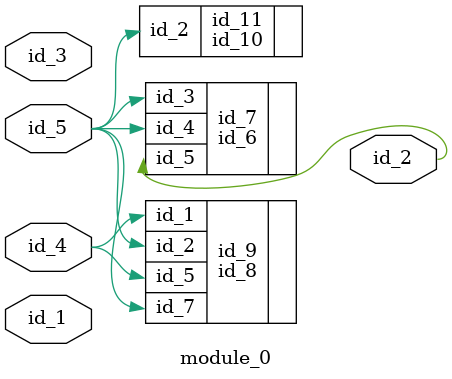
<source format=v>
module module_0 (
    id_1,
    id_2,
    id_3,
    id_4,
    id_5
);
  input id_5;
  input id_4;
  input id_3;
  output id_2;
  input id_1;
  id_6 id_7 (
      .id_5(id_2),
      .id_3(id_5),
      .id_4(id_5),
      .id_4((id_5))
  );
  id_8 id_9 (
      .id_1(id_4),
      .id_7(id_5),
      .id_5(id_4),
      .id_2(id_5)
  );
  id_10 id_11 (
      .id_2(id_7),
      .id_2(id_5)
  );
endmodule

</source>
